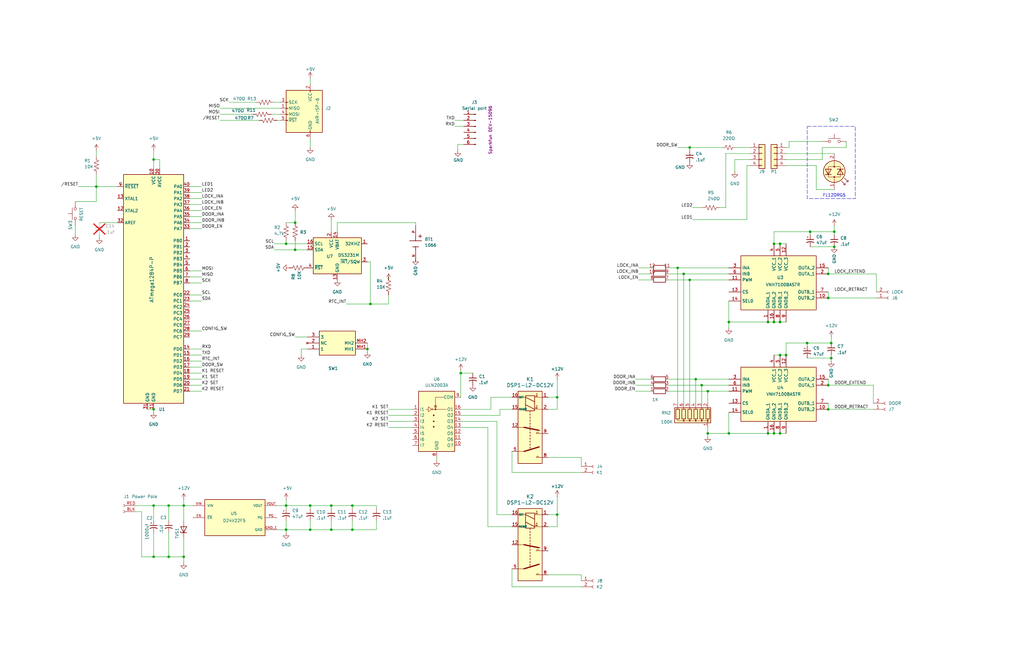
<source format=kicad_sch>
(kicad_sch (version 20250114) (generator "eeschema") (generator_version "9.0")
  (paper "B")
  (title_block (title "Chicken Coop Controller Board") (date "2026-02-20") (rev "6") (company "vinthewrench.com") (comment 1 "CERN-OHL-P v2 Permissive Open Hardware Licence") (comment 2 "© 2026 Vinnie Moscaritolo"))
  (rectangle (start 340.36 53.34) (end 360.68 83.82) (stroke (width 0.1524) (type dash)))
  (text "FL12DRG5" (at 351.79 82.55 0) (effects (font (size 1.27 1.27))))
  (junction (at 64.77 213.36))
  (junction (at 124.46 105.41))
  (junction (at 351.79 104.14))
  (junction (at 64.77 172.72))
  (junction (at 295.91 162.56))
  (junction (at 350.52 144.78))
  (junction (at 156.21 128.27))
  (junction (at 120.65 223.52))
  (junction (at 130.81 213.36))
  (junction (at 340.36 144.78))
  (junction (at 288.29 115.57))
  (junction (at 285.75 113.03))
  (junction (at 349.25 125.73))
  (junction (at 148.59 213.36))
  (junction (at 328.93 182.88))
  (junction (at 326.39 182.88))
  (junction (at 328.93 135.89))
  (junction (at 328.93 102.87))
  (junction (at 293.37 160.02))
  (junction (at 234.95 167.64))
  (junction (at 139.7 213.36))
  (junction (at 120.65 213.36))
  (junction (at 351.79 97.79))
  (junction (at 341.63 97.79))
  (junction (at 139.7 223.52))
  (junction (at 194.31 157.48))
  (junction (at 298.45 165.1))
  (junction (at 349.25 162.56))
  (junction (at 77.47 234.95))
  (junction (at 331.47 149.86))
  (junction (at 326.39 102.87))
  (junction (at 323.85 182.88))
  (junction (at 307.34 182.88))
  (junction (at 234.95 217.17))
  (junction (at 71.12 234.95))
  (junction (at 64.77 234.95))
  (junction (at 130.81 223.52))
  (junction (at 40.64 78.74))
  (junction (at 350.52 151.13))
  (junction (at 307.34 135.89))
  (junction (at 349.25 115.57))
  (junction (at 71.12 213.36))
  (junction (at 298.45 182.88))
  (junction (at 154.94 147.32))
  (junction (at 290.83 62.23))
  (junction (at 326.39 135.89))
  (junction (at 124.46 93.98))
  (junction (at 64.77 67.31))
  (junction (at 77.47 213.36))
  (junction (at 148.59 223.52))
  (junction (at 290.83 118.11))
  (junction (at 323.85 135.89))
  (junction (at 328.93 149.86))
  (junction (at 349.25 172.72))
  (junction (at 120.65 102.87))
  (wire (pts (xy 148.59 223.52) (xy 139.7 223.52)))
  (wire (pts (xy 332.74 59.69) (xy 346.71 59.69)))
  (wire (pts (xy 148.59 213.36) (xy 158.75 213.36)))
  (wire (pts (xy 288.29 170.18) (xy 288.29 115.57)))
  (wire (pts (xy 207.01 167.64) (xy 215.9 167.64)))
  (wire (pts (xy 290.83 62.23) (xy 304.8 62.23)))
  (wire (pts (xy 293.37 160.02) (xy 293.37 170.18)))
  (wire (pts (xy 210.82 175.26) (xy 210.82 172.72)))
  (wire (pts (xy 351.79 95.25) (xy 351.79 97.79)))
  (wire (pts (xy 281.94 162.56) (xy 295.91 162.56)))
  (wire (pts (xy 314.96 92.71) (xy 314.96 69.85)))
  (wire (pts (xy 80.01 162.56) (xy 85.09 162.56)))
  (wire (pts (xy 80.01 88.9) (xy 85.09 88.9)))
  (wire (pts (xy 120.65 101.6) (xy 120.65 102.87)))
  (wire (pts (xy 328.93 149.86) (xy 331.47 149.86)))
  (wire (pts (xy 290.83 118.11) (xy 290.83 170.18)))
  (wire (pts (xy 340.36 146.05) (xy 340.36 144.78)))
  (wire (pts (xy 281.94 113.03) (xy 285.75 113.03)))
  (wire (pts (xy 351.79 97.79) (xy 341.63 97.79)))
  (wire (pts (xy 40.64 63.5) (xy 40.64 66.04)))
  (wire (pts (xy 231.14 193.04) (xy 245.11 193.04)))
  (wire (pts (xy 309.88 62.23) (xy 316.23 62.23)))
  (wire (pts (xy 194.31 177.8) (xy 209.55 177.8)))
  (wire (pts (xy 59.69 215.9) (xy 59.69 234.95)))
  (wire (pts (xy 328.93 135.89) (xy 331.47 135.89)))
  (wire (pts (xy 124.46 142.24) (xy 129.54 142.24)))
  (wire (pts (xy 64.77 213.36) (xy 64.77 219.71)))
  (wire (pts (xy 369.57 123.19) (xy 369.57 115.57)))
  (wire (pts (xy 331.47 144.78) (xy 340.36 144.78)))
  (wire (pts (xy 154.94 110.49) (xy 156.21 110.49)))
  (wire (pts (xy 57.15 215.9) (xy 59.69 215.9)))
  (wire (pts (xy 351.79 99.06) (xy 351.79 97.79)))
  (wire (pts (xy 298.45 182.88) (xy 298.45 184.15)))
  (wire (pts (xy 64.77 67.31) (xy 64.77 71.12)))
  (wire (pts (xy 344.17 80.01) (xy 351.79 80.01)))
  (wire (pts (xy 80.01 96.52) (xy 85.09 96.52)))
  (wire (pts (xy 175.26 93.98) (xy 175.26 95.25)))
  (wire (pts (xy 67.31 71.12) (xy 67.31 67.31)))
  (wire (pts (xy 331.47 67.31) (xy 346.71 67.31)))
  (wire (pts (xy 31.75 85.09) (xy 40.64 85.09)))
  (wire (pts (xy 64.77 172.72) (xy 64.77 173.99)))
  (wire (pts (xy 71.12 213.36) (xy 71.12 219.71)))
  (wire (pts (xy 62.23 172.72) (xy 64.77 172.72)))
  (wire (pts (xy 349.25 162.56) (xy 368.3 162.56)))
  (wire (pts (xy 40.64 73.66) (xy 40.64 78.74)))
  (wire (pts (xy 148.59 219.71) (xy 148.59 223.52)))
  (wire (pts (xy 298.45 165.1) (xy 307.34 165.1)))
  (wire (pts (xy 41.91 99.06) (xy 41.91 100.33)))
  (wire (pts (xy 80.01 119.38) (xy 85.09 119.38)))
  (wire (pts (xy 267.97 165.1) (xy 274.32 165.1)))
  (wire (pts (xy 298.45 165.1) (xy 298.45 170.18)))
  (wire (pts (xy 80.01 86.36) (xy 85.09 86.36)))
  (wire (pts (xy 332.74 62.23) (xy 332.74 59.69)))
  (wire (pts (xy 184.15 193.04) (xy 184.15 194.31)))
  (wire (pts (xy 209.55 177.8) (xy 209.55 217.17)))
  (wire (pts (xy 130.81 214.63) (xy 130.81 213.36)))
  (wire (pts (xy 234.95 217.17) (xy 234.95 222.25)))
  (wire (pts (xy 139.7 213.36) (xy 139.7 214.63)))
  (wire (pts (xy 369.57 125.73) (xy 349.25 125.73)))
  (wire (pts (xy 326.39 102.87) (xy 328.93 102.87)))
  (wire (pts (xy 173.99 172.72) (xy 163.83 172.72)))
  (wire (pts (xy 146.05 128.27) (xy 156.21 128.27)))
  (wire (pts (xy 115.57 43.18) (xy 118.11 43.18)))
  (wire (pts (xy 139.7 92.71) (xy 139.7 97.79)))
  (wire (pts (xy 274.32 118.11) (xy 269.24 118.11)))
  (wire (pts (xy 350.52 142.24) (xy 350.52 144.78)))
  (wire (pts (xy 67.31 67.31) (xy 64.77 67.31)))
  (wire (pts (xy 332.74 62.23) (xy 331.47 62.23)))
  (wire (pts (xy 124.46 105.41) (xy 129.54 105.41)))
  (wire (pts (xy 340.36 144.78) (xy 350.52 144.78)))
  (wire (pts (xy 77.47 227.33) (xy 77.47 234.95)))
  (wire (pts (xy 269.24 113.03) (xy 274.32 113.03)))
  (wire (pts (xy 40.64 85.09) (xy 40.64 78.74)))
  (wire (pts (xy 344.17 69.85) (xy 344.17 80.01)))
  (wire (pts (xy 139.7 223.52) (xy 130.81 223.52)))
  (wire (pts (xy 326.39 149.86) (xy 328.93 149.86)))
  (wire (pts (xy 80.01 152.4) (xy 85.09 152.4)))
  (wire (pts (xy 80.01 78.74) (xy 85.09 78.74)))
  (wire (pts (xy 285.75 113.03) (xy 285.75 170.18)))
  (wire (pts (xy 80.01 81.28) (xy 85.09 81.28)))
  (wire (pts (xy 231.14 217.17) (xy 234.95 217.17)))
  (wire (pts (xy 71.12 213.36) (xy 77.47 213.36)))
  (wire (pts (xy 127 147.32) (xy 129.54 147.32)))
  (wire (pts (xy 350.52 151.13) (xy 350.52 152.4)))
  (wire (pts (xy 215.9 190.5) (xy 215.9 199.39)))
  (wire (pts (xy 80.01 149.86) (xy 85.09 149.86)))
  (wire (pts (xy 331.47 149.86) (xy 331.47 144.78)))
  (wire (pts (xy 234.95 172.72) (xy 231.14 172.72)))
  (wire (pts (xy 281.94 165.1) (xy 298.45 165.1)))
  (wire (pts (xy 158.75 214.63) (xy 158.75 213.36)))
  (wire (pts (xy 80.01 83.82) (xy 85.09 83.82)))
  (wire (pts (xy 349.25 115.57) (xy 349.25 113.03)))
  (wire (pts (xy 350.52 149.86) (xy 350.52 151.13)))
  (wire (pts (xy 290.83 62.23) (xy 290.83 63.5)))
  (wire (pts (xy 314.96 69.85) (xy 316.23 69.85)))
  (wire (pts (xy 120.65 219.71) (xy 120.65 223.52)))
  (wire (pts (xy 71.12 224.79) (xy 71.12 234.95)))
  (wire (pts (xy 245.11 196.85) (xy 245.11 193.04)))
  (wire (pts (xy 207.01 172.72) (xy 207.01 167.64)))
  (wire (pts (xy 175.26 110.49) (xy 175.26 109.22)))
  (wire (pts (xy 163.83 128.27) (xy 156.21 128.27)))
  (wire (pts (xy 120.65 223.52) (xy 130.81 223.52)))
  (wire (pts (xy 328.93 182.88) (xy 331.47 182.88)))
  (wire (pts (xy 80.01 124.46) (xy 85.09 124.46)))
  (wire (pts (xy 307.34 127) (xy 307.34 135.89)))
  (wire (pts (xy 115.57 105.41) (xy 124.46 105.41)))
  (wire (pts (xy 106.68 48.26) (xy 92.71 48.26)))
  (wire (pts (xy 295.91 162.56) (xy 307.34 162.56)))
  (wire (pts (xy 215.9 247.65) (xy 245.11 247.65)))
  (wire (pts (xy 142.24 97.79) (xy 142.24 93.98)))
  (wire (pts (xy 139.7 213.36) (xy 148.59 213.36)))
  (wire (pts (xy 290.83 118.11) (xy 307.34 118.11)))
  (wire (pts (xy 194.31 157.48) (xy 194.31 167.64)))
  (wire (pts (xy 215.9 240.03) (xy 215.9 247.65)))
  (wire (pts (xy 118.11 50.8) (xy 116.84 50.8)))
  (wire (pts (xy 77.47 237.49) (xy 77.47 234.95)))
  (wire (pts (xy 281.94 115.57) (xy 288.29 115.57)))
  (wire (pts (xy 231.14 242.57) (xy 245.11 242.57)))
  (wire (pts (xy 194.31 175.26) (xy 210.82 175.26)))
  (wire (pts (xy 57.15 213.36) (xy 64.77 213.36)))
  (wire (pts (xy 194.31 180.34) (xy 205.74 180.34)))
  (wire (pts (xy 80.01 157.48) (xy 85.09 157.48)))
  (wire (pts (xy 288.29 115.57) (xy 307.34 115.57)))
  (wire (pts (xy 158.75 219.71) (xy 158.75 223.52)))
  (wire (pts (xy 80.01 139.7) (xy 85.09 139.7)))
  (wire (pts (xy 77.47 213.36) (xy 81.28 213.36)))
  (wire (pts (xy 298.45 180.34) (xy 298.45 182.88)))
  (wire (pts (xy 107.95 43.18) (xy 96.52 43.18)))
  (wire (pts (xy 173.99 175.26) (xy 163.83 175.26)))
  (wire (pts (xy 349.25 170.18) (xy 349.25 172.72)))
  (wire (pts (xy 298.45 182.88) (xy 307.34 182.88)))
  (wire (pts (xy 64.77 213.36) (xy 71.12 213.36)))
  (wire (pts (xy 120.65 213.36) (xy 130.81 213.36)))
  (wire (pts (xy 356.87 59.69) (xy 356.87 62.23)))
  (wire (pts (xy 346.71 67.31) (xy 346.71 62.23)))
  (wire (pts (xy 191.77 50.8) (xy 195.58 50.8)))
  (wire (pts (xy 285.75 113.03) (xy 307.34 113.03)))
  (wire (pts (xy 323.85 135.89) (xy 326.39 135.89)))
  (wire (pts (xy 281.94 118.11) (xy 290.83 118.11)))
  (wire (pts (xy 328.93 102.87) (xy 331.47 102.87)))
  (wire (pts (xy 191.77 53.34) (xy 195.58 53.34)))
  (wire (pts (xy 80.01 154.94) (xy 85.09 154.94)))
  (wire (pts (xy 130.81 213.36) (xy 139.7 213.36)))
  (wire (pts (xy 205.74 222.25) (xy 215.9 222.25)))
  (wire (pts (xy 295.91 162.56) (xy 295.91 170.18)))
  (wire (pts (xy 31.75 95.25) (xy 31.75 99.06)))
  (wire (pts (xy 130.81 33.02) (xy 130.81 35.56)))
  (wire (pts (xy 77.47 213.36) (xy 77.47 219.71)))
  (wire (pts (xy 64.77 224.79) (xy 64.77 234.95)))
  (wire (pts (xy 245.11 245.11) (xy 245.11 242.57)))
  (wire (pts (xy 281.94 160.02) (xy 293.37 160.02)))
  (wire (pts (xy 326.39 182.88) (xy 328.93 182.88)))
  (wire (pts (xy 205.74 180.34) (xy 205.74 222.25)))
  (wire (pts (xy 234.95 167.64) (xy 234.95 172.72)))
  (wire (pts (xy 80.01 127) (xy 85.09 127)))
  (wire (pts (xy 77.47 210.82) (xy 77.47 213.36)))
  (wire (pts (xy 118.11 45.72) (xy 92.71 45.72)))
  (wire (pts (xy 326.39 135.89) (xy 328.93 135.89)))
  (wire (pts (xy 80.01 93.98) (xy 85.09 93.98)))
  (wire (pts (xy 349.25 125.73) (xy 349.25 123.19)))
  (wire (pts (xy 33.02 78.74) (xy 40.64 78.74)))
  (wire (pts (xy 115.57 102.87) (xy 120.65 102.87)))
  (wire (pts (xy 124.46 88.9) (xy 124.46 93.98)))
  (wire (pts (xy 80.01 147.32) (xy 85.09 147.32)))
  (wire (pts (xy 80.01 116.84) (xy 85.09 116.84)))
  (wire (pts (xy 124.46 101.6) (xy 124.46 105.41)))
  (wire (pts (xy 120.65 213.36) (xy 120.65 210.82)))
  (wire (pts (xy 120.65 214.63) (xy 120.65 213.36)))
  (wire (pts (xy 173.99 180.34) (xy 163.83 180.34)))
  (wire (pts (xy 307.34 135.89) (xy 323.85 135.89)))
  (wire (pts (xy 368.3 170.18) (xy 368.3 162.56)))
  (wire (pts (xy 142.24 93.98) (xy 175.26 93.98)))
  (wire (pts (xy 323.85 182.88) (xy 326.39 182.88)))
  (wire (pts (xy 306.07 64.77) (xy 306.07 87.63)))
  (wire (pts (xy 154.94 144.78) (xy 154.94 147.32)))
  (wire (pts (xy 234.95 222.25) (xy 231.14 222.25)))
  (wire (pts (xy 130.81 62.23) (xy 130.81 58.42)))
  (wire (pts (xy 194.31 157.48) (xy 199.39 157.48)))
  (wire (pts (xy 80.01 165.1) (xy 85.09 165.1)))
  (wire (pts (xy 59.69 234.95) (xy 64.77 234.95)))
  (wire (pts (xy 307.34 182.88) (xy 323.85 182.88)))
  (wire (pts (xy 193.04 63.5) (xy 193.04 60.96)))
  (wire (pts (xy 148.59 213.36) (xy 148.59 214.63)))
  (wire (pts (xy 139.7 219.71) (xy 139.7 223.52)))
  (wire (pts (xy 285.75 62.23) (xy 290.83 62.23)))
  (wire (pts (xy 40.64 78.74) (xy 49.53 78.74)))
  (wire (pts (xy 269.24 115.57) (xy 274.32 115.57)))
  (wire (pts (xy 234.95 160.02) (xy 234.95 167.64)))
  (wire (pts (xy 306.07 64.77) (xy 316.23 64.77)))
  (wire (pts (xy 80.01 160.02) (xy 85.09 160.02)))
  (wire (pts (xy 309.88 72.39) (xy 309.88 67.31)))
  (wire (pts (xy 293.37 160.02) (xy 307.34 160.02)))
  (wire (pts (xy 215.9 199.39) (xy 245.11 199.39)))
  (wire (pts (xy 307.34 135.89) (xy 307.34 138.43)))
  (wire (pts (xy 234.95 209.55) (xy 234.95 217.17)))
  (wire (pts (xy 118.11 48.26) (xy 114.3 48.26)))
  (wire (pts (xy 340.36 151.13) (xy 350.52 151.13)))
  (wire (pts (xy 194.31 156.21) (xy 194.31 157.48)))
  (wire (pts (xy 120.65 102.87) (xy 129.54 102.87)))
  (wire (pts (xy 341.63 97.79) (xy 326.39 97.79)))
  (wire (pts (xy 41.91 93.98) (xy 49.53 93.98)))
  (wire (pts (xy 267.97 160.02) (xy 274.32 160.02)))
  (wire (pts (xy 116.84 213.36) (xy 120.65 213.36)))
  (wire (pts (xy 92.71 50.8) (xy 109.22 50.8)))
  (wire (pts (xy 71.12 234.95) (xy 77.47 234.95)))
  (wire (pts (xy 116.84 223.52) (xy 120.65 223.52)))
  (wire (pts (xy 127 147.32) (xy 127 149.86)))
  (wire (pts (xy 120.65 223.52) (xy 120.65 224.79)))
  (wire (pts (xy 292.1 87.63) (xy 295.91 87.63)))
  (wire (pts (xy 158.75 223.52) (xy 148.59 223.52)))
  (wire (pts (xy 331.47 69.85) (xy 344.17 69.85)))
  (wire (pts (xy 231.14 167.64) (xy 234.95 167.64)))
  (wire (pts (xy 309.88 67.31) (xy 316.23 67.31)))
  (wire (pts (xy 163.83 118.11) (xy 163.83 116.84)))
  (wire (pts (xy 326.39 97.79) (xy 326.39 102.87)))
  (wire (pts (xy 154.94 147.32) (xy 154.94 148.59)))
  (wire (pts (xy 130.81 219.71) (xy 130.81 223.52)))
  (wire (pts (xy 163.83 128.27) (xy 163.83 124.46)))
  (wire (pts (xy 267.97 162.56) (xy 274.32 162.56)))
  (wire (pts (xy 210.82 172.72) (xy 215.9 172.72)))
  (wire (pts (xy 120.65 93.98) (xy 124.46 93.98)))
  (wire (pts (xy 80.01 114.3) (xy 85.09 114.3)))
  (wire (pts (xy 303.53 87.63) (xy 306.07 87.63)))
  (wire (pts (xy 209.55 217.17) (xy 215.9 217.17)))
  (wire (pts (xy 173.99 177.8) (xy 163.83 177.8)))
  (wire (pts (xy 341.63 104.14) (xy 351.79 104.14)))
  (wire (pts (xy 80.01 91.44) (xy 85.09 91.44)))
  (wire (pts (xy 349.25 162.56) (xy 349.25 160.02)))
  (wire (pts (xy 194.31 172.72) (xy 207.01 172.72)))
  (wire (pts (xy 349.25 115.57) (xy 369.57 115.57)))
  (wire (pts (xy 368.3 172.72) (xy 349.25 172.72)))
  (wire (pts (xy 64.77 63.5) (xy 64.77 67.31)))
  (wire (pts (xy 193.04 60.96) (xy 195.58 60.96)))
  (wire (pts (xy 292.1 92.71) (xy 314.96 92.71)))
  (wire (pts (xy 331.47 64.77) (xy 351.79 64.77)))
  (wire (pts (xy 307.34 173.99) (xy 307.34 182.88)))
  (wire (pts (xy 346.71 62.23) (xy 356.87 62.23)))
  (wire (pts (xy 64.77 234.95) (xy 71.12 234.95)))
  (wire (pts (xy 156.21 110.49) (xy 156.21 128.27)))
  (wire (pts (xy 341.63 99.06) (xy 341.63 97.79)))
  (label "DOOR_RETRACT" (at 351.79 172.72 0))
  (label "DOOR_INA" (at 267.97 160.02 180))
  (label "SDA" (at 85.09 127 0))
  (label "K2 SET" (at 163.83 177.8 180))
  (label "{slash}RESET" (at 92.71 50.8 180))
  (label "LOCK_RETRACT" (at 351.79 123.19 0))
  (label "LOCK_INA" (at 269.24 113.03 180))
  (label "LED2" (at 85.09 81.28 0))
  (label "TXD" (at 191.77 50.8 180))
  (label "SCL" (at 115.57 102.87 180))
  (label "K1 RESET" (at 163.83 175.26 180))
  (label "LED2" (at 292.1 87.63 180))
  (label "LED1" (at 85.09 78.74 0))
  (label "RTC_INT" (at 146.05 128.27 180))
  (label "K1 RESET" (at 85.09 157.48 0))
  (label "K2 RESET" (at 163.83 180.34 180))
  (label "K2 RESET" (at 85.09 165.1 0))
  (label "CONFIG_SW" (at 124.46 142.24 180))
  (label "RTC_INT" (at 85.09 152.4 0))
  (label "TXD" (at 85.09 149.86 0))
  (label "SCK" (at 85.09 119.38 0))
  (label "DOOR_SW" (at 85.09 154.94 0))
  (label "MISO" (at 85.09 116.84 0))
  (label "K2 SET" (at 85.09 162.56 0))
  (label "MISO" (at 92.71 45.72 180))
  (label "MOSI" (at 85.09 114.3 0))
  (label "{slash}RESET" (at 33.02 78.74 180))
  (label "LOCK_INB" (at 85.09 86.36 0))
  (label "DOOR_SW" (at 285.75 62.23 180))
  (label "DOOR_INA" (at 85.09 91.44 0))
  (label "MOSI" (at 92.71 48.26 180))
  (label "DOOR_INB" (at 267.97 162.56 180))
  (label "SDA" (at 115.57 105.41 180))
  (label "SCK" (at 96.52 43.18 180))
  (label "LED1" (at 292.1 92.71 180))
  (label "LOCK_EN" (at 269.24 118.11 180))
  (label "K1 SET" (at 163.83 172.72 180))
  (label "K1 SET" (at 85.09 160.02 0))
  (label "LOCK_INA" (at 85.09 83.82 0))
  (label "LOCK_INB" (at 269.24 115.57 180))
  (label "RXD" (at 191.77 53.34 180))
  (label "CONFIG_SW" (at 85.09 139.7 0))
  (label "DOOR_EN" (at 267.97 165.1 180))
  (label "RXD" (at 85.09 147.32 0))
  (label "LOCK_EXTEND" (at 351.79 115.57 0))
  (label "DOOR_EN" (at 85.09 96.52 0))
  (label "LOCK_EN" (at 85.09 88.9 0))
  (label "DOOR_EXTEND" (at 351.79 162.56 0))
  (label "SCL" (at 85.09 124.46 0))
  (label "DOOR_INB" (at 85.09 93.98 0))
  (symbol (lib_id "power:GND") (at 130.81 62.23 0) (mirror y) (unit 1)
    (property "Reference" "#PWR09" (effects (hide yes)))
    (property "Value" "GND" (at 130.81 67.31 0))
    (property "Description" "Power symbol creates a global label with name \"GND\" , ground" (effects (hide yes)))
  )
  (symbol (lib_id "Device:C_Small_US") (at 199.39 160.02 0) (unit 1)
    (property "Reference" "C1" (at 201.93 158.8769 0) (effects (justify left)))
    (property "Value" ".1uf" (at 201.93 161.4169 0) (effects (justify left)))
    (property "Footprint" "RCER71H104K0DBH03A:RCER71H104K0DBH03A" (effects (hide yes)))
    (property "Description" "capacitor, small US symbol" (effects (hide yes)))
  )
  (symbol (lib_id "power:GND") (at 290.83 68.58 0) (unit 1)
    (property "Reference" "#PWR07" (effects (hide yes)))
    (property "Value" "GND" (at 286.766 70.612 0))
    (property "Description" "Power symbol creates a global label with name \"GND\" , ground" (effects (hide yes)))
  )
  (symbol (lib_id "D24V22F5:5V_2.5A_STEP-DOWN_D24V22F5") (at 99.06 218.44 0) (unit 1)
    (property "Reference" "U5" (at 98.552 216.662 0))
    (property "Value" "D24V22F5" (at 98.806 219.71 0))
    (property "Footprint" "D24V22F5:MODULE_5V_2.5A_STEP-DOWN_D24V22F5" (effects (hide yes)))
    (property "MF" "Pololu" (effects (hide yes)))
    (property "MAXIMUM_PACKAGE_HEIGHT" "8.12mm" (effects (hide yes)))
    (property "CREATOR" "NEZY" (effects (hide yes)))
    (property "Price" "None" (effects (hide yes)))
    (property "Package" "None" (effects (hide yes)))
    (property "Check_prices" "https://www.snapeda.com/parts/5V%202.5A%20STEP-DOWN%20D24V22F5/Pololu/view-part/?ref=eda" (effects (hide yes)))
    (property "STANDARD" "Manufacturer Recommendations" (effects (hide yes)))
    (property "PARTREV" "12 November 2015" (effects (hide yes)))
    (property "SnapEDA_Link" "https://www.snapeda.com/parts/5V%202.5A%20STEP-DOWN%20D24V22F5/Pololu/view-part/?ref=snap" (effects (hide yes)))
    (property "MP" "5V 2.5A STEP-DOWN D24V22F5" (effects (hide yes)))
    (property "Description_1" "DC DC Converter  Output       -  Input" (effects (hide yes)))
    (property "Availability" "Not in stock" (effects (hide yes)))
    (property "MANUFACTURER" "Pololu" (effects (hide yes)))
  )
  (symbol (lib_id "power:+12C") (at 194.31 156.21 0) (unit 1)
    (property "Reference" "#PWR029" (effects (hide yes)))
    (property "Value" "+12V" (at 194.31 151.638 0))
    (property "Description" "Power symbol creates a global label with name \"+12C\"" (effects (hide yes)))
  )
  (symbol (lib_id "power:GND") (at 121.92 113.03 270) (mirror x) (unit 1)
    (property "Reference" "#PWR018" (effects (hide yes)))
    (property "Value" "+5V" (at 117.348 115.062 0) (effects (justify left)))
    (property "Description" "Power symbol creates a global label with name \"GND\" , ground" (effects (hide yes)))
  )
  (symbol (lib_id "power:GND") (at 120.65 224.79 0) (unit 1)
    (property "Reference" "#PWR026" (effects (hide yes)))
    (property "Value" "GND" (at 120.65 229.87 0))
    (property "Description" "Power symbol creates a global label with name \"GND\" , ground" (effects (hide yes)))
  )
  (symbol (lib_id "Connector:Conn_01x02_Socket") (at 373.38 172.72 0) (mirror x) (unit 1)
    (property "Reference" "J7" (at 374.65 172.7201 0) (effects (justify left)))
    (property "Value" "DOOR" (at 374.65 170.1801 0) (effects (justify left)))
    (property "Footprint" "TerminalBlock_Phoenix:TerminalBlock_Phoenix_MKDS-1,5-2-5.08_1x02_P5.08mm_Horizontal" (effects (hide yes)))
    (property "Description" "Generic connector, single row, 01x02, script generated" (effects (hide yes)))
  )
  (symbol (lib_id "Device:C_Small_US") (at 290.83 66.04 0) (unit 1)
    (property "Reference" "C4" (at 293.37 64.8969 0) (effects (justify left)))
    (property "Value" ".1uf" (at 293.37 67.4369 0) (effects (justify left)))
    (property "Footprint" "RCER71H104K0DBH03A:RCER71H104K0DBH03A" (effects (hide yes)))
    (property "Description" "capacitor, small US symbol" (effects (hide yes)))
  )
  (symbol (lib_id "Device:R_US") (at 124.46 97.79 0) (unit 1)
    (property "Reference" "R3" (at 126.492 98.044 0) (effects (justify left)))
    (property "Value" "4.7K" (effects (hide yes)))
    (property "Footprint" "Resistor_THT:R_Axial_DIN0204_L3.6mm_D1.6mm_P7.62mm_Horizontal" (effects (hide yes)))
    (property "Description" "Resistor, US symbol" (effects (hide yes)))
  )
  (symbol (lib_id "Device:LED_Dual_Bidirectional") (at 351.79 72.39 270) (unit 1) (on_board no)
    (property "Reference" "D1" (effects (hide yes)))
    (property "Value" "LED_Dual_Bidirectional" (effects (hide yes)))
    (property "Description" "Dual LED, bidirectional" (effects (hide yes)))
  )
  (symbol (lib_id "power:+12V") (at 350.52 142.24 0) (mirror y) (unit 1)
    (property "Reference" "#PWR023" (effects (hide yes)))
    (property "Value" "+12V" (at 350.52 137.414 0))
    (property "Description" "Power symbol creates a global label with name \"+12V\"" (effects (hide yes)))
  )
  (symbol (lib_id "Device:R_US") (at 111.76 43.18 90) (mirror x) (unit 1)
    (property "Reference" "R13" (at 106.172 41.656 90))
    (property "Value" "470Ω" (at 100.838 41.656 90))
    (property "Footprint" "Resistor_THT:R_Axial_DIN0204_L3.6mm_D1.6mm_P7.62mm_Horizontal" (effects (hide yes)))
    (property "Description" "Resistor, US symbol" (effects (hide yes)))
  )
  (symbol (lib_id "Device:C_Small_US") (at 148.59 217.17 0) (unit 1)
    (property "Reference" "C12" (at 151.13 216.0269 0) (effects (justify left)))
    (property "Value" ".1uf" (at 151.13 218.5669 0) (effects (justify left)))
    (property "Footprint" "RCER71H104K0DBH03A:RCER71H104K0DBH03A" (effects (hide yes)))
    (property "Description" "capacitor, small US symbol" (effects (hide yes)))
  )
  (symbol (lib_id "power:+12C") (at 234.95 209.55 0) (unit 1)
    (property "Reference" "#PWR030" (effects (hide yes)))
    (property "Value" "+12V" (at 234.95 205.232 0))
    (property "Description" "Power symbol creates a global label with name \"+12C\"" (effects (hide yes)))
  )
  (symbol (lib_id "Device:R_US") (at 40.64 69.85 0) (unit 1)
    (property "Reference" "R1" (at 35.56 67.818 0) (effects (justify left)))
    (property "Value" "10K" (at 35.56 70.358 0) (effects (justify left)))
    (property "Footprint" "Resistor_THT:R_Axial_DIN0204_L3.6mm_D1.6mm_P7.62mm_Horizontal" (effects (hide yes)))
    (property "Description" "Resistor, US symbol" (effects (hide yes)))
  )
  (symbol (lib_id "Connector_Generic:Conn_01x04") (at 326.39 64.77 0) (mirror y) (unit 1) (on_board no)
    (property "Reference" "P1" (at 326.39 72.39 0))
    (property "Value" "Mini‑Fit Jr" (effects (hide yes)))
    (property "Footprint" "Connector_Molex:Molex_Mini-Fit_Jr_5566-04A_2x02_P4.20mm_Vertical" (effects (hide yes)))
    (property "Description" "Generic connector, single row, 01x04, script generated (kicad-library-utils/schlib/autogen/connector/)" (effects (hide yes)))
  )
  (symbol (lib_id "power:+5V") (at 64.77 63.5 0) (unit 1)
    (property "Reference" "#PWR03" (effects (hide yes)))
    (property "Value" "+5V" (at 64.77 58.42 0))
    (property "Description" "Power symbol creates a global label with name \"+5V\"" (effects (hide yes)))
  )
  (symbol (lib_id "Device:R_Pack06_SIP_Split") (at 278.13 113.03 90) (unit 6)
    (property "Reference" "RN4" (effects (hide yes)))
    (property "Value" "1K" (effects (hide yes)))
    (property "Footprint" "Resistor_THT:R_Array_SIP12" (effects (hide yes)))
    (property "Datasheet" "http://www.vishay.com/docs/31509/csc.pdf" (effects (hide yes)))
    (property "Description" "6 resistor network, parallel topology, SIP package, split" (effects (hide yes)))
    (property "Manufacturer_Part_Number" "4612X-102-102LF" (effects (hide yes)))
  )
  (symbol (lib_id "power:GND") (at 124.46 88.9 0) (mirror x) (unit 1)
    (property "Reference" "#PWR08" (effects (hide yes)))
    (property "Value" "+5V" (at 122.428 83.82 0) (effects (justify left)))
    (property "Description" "Power symbol creates a global label with name \"GND\" , ground" (effects (hide yes)))
  )
  (symbol (lib_id "Connector:AVR-ISP-6") (at 128.27 45.72 180) (unit 1)
    (property "Reference" "J2" (at 137.16 45.7199 0) (effects (justify right)))
    (property "Value" "AVR-ISP-6" (at 133.858 52.324 90) (effects (justify right)))
    (property "Footprint" "Connector_PinHeader_2.54mm:PinHeader_2x03_P2.54mm_Vertical" (effects (hide yes)))
    (property "Description" "Atmel 6-pin ISP connector" (effects (hide yes)))
  )
  (symbol (lib_id "Device:R_US") (at 163.83 120.65 0) (unit 1)
    (property "Reference" "R4" (at 158.75 118.618 0) (effects (justify left)))
    (property "Value" "10K" (at 158.75 121.158 0) (effects (justify left)))
    (property "Footprint" "Resistor_THT:R_Axial_DIN0204_L3.6mm_D1.6mm_P7.62mm_Horizontal" (effects (hide yes)))
    (property "Description" "Resistor, US symbol" (effects (hide yes)))
  )
  (symbol (lib_id "power:GND") (at 127 149.86 0) (unit 1)
    (property "Reference" "#PWR014" (effects (hide yes)))
    (property "Value" "GND" (at 127 154.94 0))
    (property "Description" "Power symbol creates a global label with name \"GND\" , ground" (effects (hide yes)))
  )
  (symbol (lib_id "power:GND") (at 193.04 63.5 0) (mirror y) (unit 1)
    (property "Reference" "#PWR013" (effects (hide yes)))
    (property "Value" "GND" (at 193.294 67.564 0))
    (property "Description" "Power symbol creates a global label with name \"GND\" , ground" (effects (hide yes)))
  )
  (symbol (lib_id "Switch:SW_Push") (at 351.79 59.69 0) (unit 1) (on_board no)
    (property "Reference" "SW2" (at 351.536 50.546 0))
    (property "Value" "SW_Push" (effects (hide yes)))
    (property "Description" "Push button switch, generic, two pins" (effects (hide yes)))
  )
  (symbol (lib_id "Transistor_Array:ULN2003A") (at 184.15 177.8 0) (unit 1)
    (property "Reference" "U6" (at 184.15 160.02 0))
    (property "Value" "ULN2003A" (at 184.15 162.56 0))
    (property "Footprint" "Package_DIP:DIP-16_W7.62mm" (effects (hide yes)))
    (property "Datasheet" "http://www.ti.com/lit/ds/symlink/uln2003a.pdf" (effects (hide yes)))
    (property "Description" "High Voltage, High Current Darlington Transistor Arrays, SOIC16/SOIC16W/DIP16/TSSOP16" (effects (hide yes)))
  )
  (symbol (lib_id "power:+5V") (at 120.65 210.82 0) (unit 1)
    (property "Reference" "#PWR027" (effects (hide yes)))
    (property "Value" "+5V" (at 121.158 205.994 0))
    (property "Description" "Power symbol creates a global label with name \"+5V\"" (effects (hide yes)))
  )
  (symbol (lib_id "Device:R_Pack06_SIP_Split") (at 278.13 165.1 270) (unit 1)
    (property "Reference" "RN4" (effects (hide yes)))
    (property "Value" "1K" (at 276.352 168.656 90))
    (property "Footprint" "Resistor_THT:R_Array_SIP12" (effects (hide yes)))
    (property "Datasheet" "http://www.vishay.com/docs/31509/csc.pdf" (effects (hide yes)))
    (property "Description" "6 resistor network, parallel topology, SIP package, split" (effects (hide yes)))
    (property "Manufacturer_Part_Number" "4612X-102-102LF" (effects (hide yes)))
  )
  (symbol (lib_id "VNH7100BASTR:VNH7100BASTR") (at 308.61 157.48 0) (unit 1)
    (property "Reference" "U4" (at 327.66 163.576 0) (effects (justify left)))
    (property "Value" "VNH7100BASTR" (at 323.088 166.37 0) (effects (justify left)))
    (property "Footprint" "SOIC127P600X175-16N" (effects (hide yes)))
    (property "Datasheet" "https://www.st.com/resource/en/datasheet/dm00314832.pdf" (effects (hide yes)))
    (property "Description" "STMicroelectronics VNH7100BASTR Motor Driver IC 16-Pin, SOIC" (effects (hide yes)))
    (property "Height" "1.75" (effects (hide yes)))
    (property "Manufacturer_Name" "STMicroelectronics" (effects (hide yes)))
    (property "Manufacturer_Part_Number" "VNH7100BASTR" (effects (hide yes)))
    (property "Mouser Part Number" "511-VNH7100BASTR" (effects (hide yes)))
    (property "Mouser Price/Stock" "https://www.mouser.co.uk/ProductDetail/STMicroelectronics/VNH7100BASTR?qs=5aG0NVq1C4zGSYti1WIHtQ%3D%3D" (effects (hide yes)))
    (property "Arrow Part Number" "VNH7100BASTR" (effects (hide yes)))
    (property "Arrow Price/Stock" "https://www.arrow.com/en/products/vnh7100bastr/stmicroelectronics?utm_currency=USD&region=nac" (effects (hide yes)))
  )
  (symbol (lib_id "power:GND") (at 298.45 184.15 0) (unit 1)
    (property "Reference" "#PWR021" (effects (hide yes)))
    (property "Value" "GND" (at 298.45 189.23 0))
    (property "Description" "Power symbol creates a global label with name \"GND\" , ground" (effects (hide yes)))
  )
  (symbol (lib_id "Device:R_Network06") (at 290.83 175.26 180) (unit 1)
    (property "Reference" "RN2" (at 278.892 174.244 0) (effects (justify right)))
    (property "Value" "100K" (at 278.638 178.054 0) (effects (justify right)))
    (property "Footprint" "Resistor_THT:R_Array_SIP7" (effects (hide yes)))
    (property "Datasheet" "https://www.mouser.com/datasheet/3/40/1/4600x.pdf" (effects (hide yes)))
    (property "Description" "6 resistor network, star topology, bussed resistors, small symbol" (effects (hide yes)))
    (property "Manufacturer_Part_Number" "4607X-101-104LF" (effects (hide yes)))
  )
  (symbol (lib_id "Device:R_US") (at 113.03 50.8 90) (mirror x) (unit 1)
    (property "Reference" "R7" (at 105.664 49.784 90))
    (property "Value" "470Ω" (at 101.6 49.784 90))
    (property "Footprint" "Resistor_THT:R_Axial_DIN0204_L3.6mm_D1.6mm_P7.62mm_Horizontal" (effects (hide yes)))
    (property "Description" "Resistor, US symbol" (effects (hide yes)))
  )
  (symbol (lib_id "Device:C_Small_US") (at 130.81 217.17 0) (unit 1)
    (property "Reference" "C10" (at 133.35 216.0269 0) (effects (justify left)))
    (property "Value" ".1uf" (at 133.35 218.5669 0) (effects (justify left)))
    (property "Footprint" "RCER71H104K0DBH03A:RCER71H104K0DBH03A" (effects (hide yes)))
    (property "Description" "capacitor, small US symbol" (effects (hide yes)))
  )
  (symbol (lib_id "Connector_Generic:Conn_01x04") (at 321.31 64.77 0) (unit 1)
    (property "Reference" "J9" (at 321.31 72.39 0))
    (property "Value" "Mini‑Fit Jr" (effects (hide yes)))
    (property "Footprint" "Connector_Molex:Molex_Mini-Fit_Jr_5566-04A_2x02_P4.20mm_Vertical" (effects (hide yes)))
    (property "Description" "Generic connector, single row, 01x04, script generated (kicad-library-utils/schlib/autogen/connector/)" (effects (hide yes)))
  )
  (symbol (lib_id "Device:R_Pack06_SIP_Split") (at 278.13 160.02 90) (unit 3)
    (property "Reference" "RN4" (effects (hide yes)))
    (property "Value" "1K" (effects (hide yes)))
    (property "Footprint" "Resistor_THT:R_Array_SIP12" (effects (hide yes)))
    (property "Datasheet" "http://www.vishay.com/docs/31509/csc.pdf" (effects (hide yes)))
    (property "Description" "6 resistor network, parallel topology, SIP package, split" (effects (hide yes)))
    (property "Manufacturer_Part_Number" "4612X-102-102LF" (effects (hide yes)))
  )
  (symbol (lib_id "Device:C_Polarized_Small_US") (at 341.63 101.6 0) (unit 1)
    (property "Reference" "C6" (at 344.17 99.8981 0) (effects (justify left)))
    (property "Value" "47uf" (at 344.17 102.4381 0) (effects (justify left)))
    (property "Footprint" "Capacitor_THT:CP_Radial_D5.0mm_P2.00mm" (effects (hide yes)))
    (property "Description" "Polarized capacitor, small US symbol" (effects (hide yes)))
  )
  (symbol (lib_id "Device:C_Polarized_Small_US") (at 120.65 217.17 0) (unit 1)
    (property "Reference" "C9" (at 123.19 215.4681 0) (effects (justify left)))
    (property "Value" "47uf" (at 123.19 218.0081 0) (effects (justify left)))
    (property "Footprint" "Capacitor_THT:CP_Radial_D5.0mm_P2.00mm" (effects (hide yes)))
    (property "Description" "Polarized capacitor, small US symbol" (effects (hide yes)))
  )
  (symbol (lib_id "Device:R_US") (at 120.65 97.79 0) (unit 1)
    (property "Reference" "R2" (at 115.57 96.012 0) (effects (justify left)))
    (property "Value" "4.7k" (at 115.57 98.552 0) (effects (justify left)))
    (property "Footprint" "Resistor_THT:R_Axial_DIN0204_L3.6mm_D1.6mm_P7.62mm_Horizontal" (effects (hide yes)))
    (property "Description" "Resistor, US symbol" (effects (hide yes)))
  )
  (symbol (lib_id "Device:C_Small_US") (at 158.75 217.17 0) (unit 1)
    (property "Reference" "C13" (at 161.29 216.0269 0) (effects (justify left)))
    (property "Value" ".1uf" (at 161.29 218.5669 0) (effects (justify left)))
    (property "Footprint" "RCER71H104K0DBH03A:RCER71H104K0DBH03A" (effects (hide yes)))
    (property "Description" "capacitor, small US symbol" (effects (hide yes)))
  )
  (symbol (lib_id "power:GND1") (at 199.39 162.56 0) (unit 1)
    (property "Reference" "#PWR032" (effects (hide yes)))
    (property "Value" "GND" (at 199.39 167.64 0))
    (property "Description" "Power symbol creates a global label with name \"GND1\" , ground" (effects (hide yes)))
  )
  (symbol (lib_id "power:GND") (at 41.91 100.33 0) (unit 1)
    (property "Reference" "#PWR01" (effects (hide yes)))
    (property "Value" "GND" (at 41.91 105.41 0))
    (property "Description" "Power symbol creates a global label with name \"GND\" , ground" (effects (hide yes)))
  )
  (symbol (lib_id "Connector:Conn_01x02_Socket") (at 250.19 245.11 0) (unit 1)
    (property "Reference" "J8" (at 251.714 245.11 0) (effects (justify left)))
    (property "Value" "K2" (at 251.46 247.6499 0) (effects (justify left)))
    (property "Footprint" "TerminalBlock_Phoenix:TerminalBlock_Phoenix_MKDS-1,5-2-5.08_1x02_P5.08mm_Horizontal" (effects (hide yes)))
    (property "Description" "Generic connector, single row, 01x02, script generated" (effects (hide yes)))
  )
  (symbol (lib_id "Connector:Conn_01x06_Pin") (at 200.66 53.34 0) (mirror y) (unit 1)
    (property "Reference" "J3" (at 200.025 43.18 0))
    (property "Value" "Serial port" (at 200.025 45.72 0))
    (property "Footprint" "Connector_PinHeader_2.54mm:PinHeader_1x06_P2.54mm_Vertical" (effects (hide yes)))
    (property "Description" "Generic connector, single row, 01x06, script generated" (effects (hide yes)))
    (property "NOTE" "Sparkfun DEV-15096" (at 206.756 54.864 90))
  )
  (symbol (lib_id "Device:C_Polarized_Small_US") (at 340.36 148.59 0) (unit 1)
    (property "Reference" "C5" (at 342.9 146.8881 0) (effects (justify left)))
    (property "Value" "47uf" (at 342.9 149.4281 0) (effects (justify left)))
    (property "Footprint" "Capacitor_THT:CP_Radial_D5.0mm_P2.00mm" (effects (hide yes)))
    (property "Description" "Polarized capacitor, small US symbol" (effects (hide yes)))
  )
  (symbol (lib_id "Device:R_Pack06_SIP_Split") (at 278.13 118.11 90) (unit 4)
    (property "Reference" "RN4" (effects (hide yes)))
    (property "Value" "1K" (effects (hide yes)))
    (property "Footprint" "Resistor_THT:R_Array_SIP12" (effects (hide yes)))
    (property "Datasheet" "http://www.vishay.com/docs/31509/csc.pdf" (effects (hide yes)))
    (property "Description" "6 resistor network, parallel topology, SIP package, split" (effects (hide yes)))
    (property "Manufacturer_Part_Number" "4612X-102-102LF" (effects (hide yes)))
  )
  (symbol (lib_id "power:GND") (at 307.34 138.43 0) (unit 1)
    (property "Reference" "#PWR020" (effects (hide yes)))
    (property "Value" "GND" (at 307.34 143.51 0))
    (property "Description" "Power symbol creates a global label with name \"GND\" , ground" (effects (hide yes)))
  )
  (symbol (lib_id "power:GND") (at 142.24 118.11 0) (unit 1)
    (property "Reference" "#PWR012" (effects (hide yes)))
    (property "Value" "GND" (at 142.24 123.19 0))
    (property "Description" "Power symbol creates a global label with name \"GND\" , ground" (effects (hide yes)))
  )
  (symbol (lib_id "Switch:SW_Push") (at 31.75 90.17 90) (unit 1)
    (property "Reference" "SW3" (at 29.718 94.996 0))
    (property "Value" "RESET" (at 34.29 90.424 0))
    (property "Footprint" "Button_Switch_THT:SW_PUSH_6mm" (effects (hide yes)))
    (property "Description" "Push button switch, generic, two pins" (effects (hide yes)))
  )
  (symbol (lib_id "power:GND") (at 175.26 109.22 0) (unit 1)
    (property "Reference" "#PWR015" (effects (hide yes)))
    (property "Value" "GND" (at 175.26 114.3 90))
    (property "Description" "Power symbol creates a global label with name \"GND\" , ground" (effects (hide yes)))
  )
  (symbol (lib_id "Device:R_US") (at 299.72 87.63 90) (unit 1)
    (property "Reference" "R5" (at 299.72 81.28 90))
    (property "Value" "240Ω" (at 300.99 83.82 90))
    (property "Footprint" "Resistor_THT:R_Axial_DIN0204_L3.6mm_D1.6mm_P7.62mm_Horizontal" (effects (hide yes)))
    (property "Description" "Resistor, US symbol" (effects (hide yes)))
  )
  (symbol (lib_id "Device:C_Small_US") (at 41.91 96.52 0) (unit 1) (dnp yes)
    (property "Reference" "C14" (at 44.45 95.3769 0) (effects (justify left)))
    (property "Value" ".1uf" (at 44.45 97.9169 0) (effects (justify left)))
    (property "Footprint" "RCER71H104K0DBH03A:RCER71H104K0DBH03A" (effects (hide yes)))
    (property "Description" "capacitor, small US symbol" (effects (hide yes)))
  )
  (symbol (lib_id "power:GND") (at 309.88 72.39 0) (unit 1)
    (property "Reference" "#PWR019" (effects (hide yes)))
    (property "Value" "GND" (at 309.88 77.47 0))
    (property "Description" "Power symbol creates a global label with name \"GND\" , ground" (effects (hide yes)))
  )
  (symbol (lib_id "DSP1-L2-DC12V:DSP1-L2-DC12V") (at 200.66 166.37 0) (unit 1)
    (property "Reference" "K1" (at 223.52 160.02 0) (effects (font (size 1.524 1.524))))
    (property "Value" "DSP1-L2-DC12V" (at 223.52 162.56 0) (effects (font (size 1.524 1.524))))
    (property "Footprint" "DSP1-L2-DC12V" (effects (hide yes)))
    (property "Datasheet" "DSP1-L2-DC12V" (effects (hide yes)))
  )
  (symbol (lib_name "Conn_01x02_Socket_1") (lib_id "Connector:Conn_01x02_Socket") (at 58.42 215.9 0) (mirror x) (unit 1)
    (property "Reference" "J1" (at 53.34 209.55 0))
    (property "Value" "Power Pole" (at 60.96 209.55 0))
    (property "Footprint" "powerpole:powerpole" (effects (hide yes)))
    (property "Description" "Generic connector, single row, 01x02, script generated" (effects (hide yes)))
  )
  (symbol (lib_id "Connector:Conn_01x02_Socket") (at 250.19 196.85 0) (unit 1)
    (property "Reference" "J4" (at 251.714 196.85 0) (effects (justify left)))
    (property "Value" "K1" (at 251.46 199.3899 0) (effects (justify left)))
    (property "Footprint" "TerminalBlock_Phoenix:TerminalBlock_Phoenix_MKDS-1,5-2-5.08_1x02_P5.08mm_Horizontal" (effects (hide yes)))
    (property "Description" "Generic connector, single row, 01x02, script generated" (effects (hide yes)))
  )
  (symbol (lib_id "Device:C_Polarized_Small_US") (at 64.77 222.25 0) (unit 1)
    (property "Reference" "C2" (at 61.722 218.694 0) (effects (justify left)))
    (property "Value" "1000uf" (at 61.976 227.838 90) (effects (justify left)))
    (property "Footprint" "Capacitor_THT:CP_Radial_D10.0mm_P5.00mm" (effects (hide yes)))
    (property "Description" "Polarized capacitor, small US symbol" (effects (hide yes)))
  )
  (symbol (lib_id "Device:R_Small_US") (at 307.34 62.23 90) (unit 1)
    (property "Reference" "R6" (at 307.34 55.88 90))
    (property "Value" "220Ω" (at 307.34 58.42 90))
    (property "Footprint" "Resistor_THT:R_Axial_DIN0204_L3.6mm_D1.6mm_P7.62mm_Horizontal" (effects (hide yes)))
    (property "Description" "Resistor, small US symbol" (effects (hide yes)))
  )
  (symbol (lib_id "power:GND") (at 139.7 92.71 0) (mirror x) (unit 1)
    (property "Reference" "#PWR011" (effects (hide yes)))
    (property "Value" "+5V" (at 137.668 88.138 0) (effects (justify left)))
    (property "Description" "Power symbol creates a global label with name \"GND\" , ground" (effects (hide yes)))
  )
  (symbol (lib_id "MCU_Microchip_ATmega:ATmega1284P-P") (at 64.77 121.92 0) (unit 1)
    (property "Reference" "U1" (at 66.9133 172.72 0) (effects (justify left)))
    (property "Value" "ATmega1284P-P" (at 64.008 127.762 90) (effects (font (size 1.524 1.524)) (justify left)))
    (property "Footprint" "Package_DIP:DIP-40_W15.24mm" (effects (hide yes)))
    (property "Datasheet" "http://ww1.microchip.com/downloads/en/DeviceDoc/Atmel-8272-8-bit-AVR-microcontroller-ATmega164A_PA-324A_PA-644A_PA-1284_P_datasheet.pdf" (effects (hide yes)))
    (property "Description" "20MHz, 128kB Flash, 16kB SRAM, 4kB EEPROM, JTAG, DIP-40" (effects (hide yes)))
  )
  (symbol (lib_id "power:+5V") (at 40.64 63.5 0) (unit 1)
    (property "Reference" "#PWR02" (effects (hide yes)))
    (property "Value" "+5V" (at 40.64 58.42 0))
    (property "Description" "Power symbol creates a global label with name \"+5V\"" (effects (hide yes)))
  )
  (symbol (lib_id "power:GND") (at 31.75 99.06 0) (unit 1)
    (property "Reference" "#PWR010" (effects (hide yes)))
    (property "Value" "GND" (at 31.75 104.14 0))
    (property "Description" "Power symbol creates a global label with name \"GND\" , ground" (effects (hide yes)))
  )
  (symbol (lib_id "Device:C_Small_US") (at 350.52 147.32 0) (unit 1)
    (property "Reference" "C7" (at 353.06 146.1769 0) (effects (justify left)))
    (property "Value" ".1uf" (at 353.06 148.7169 0) (effects (justify left)))
    (property "Footprint" "RCER71H104K0DBH03A:RCER71H104K0DBH03A" (effects (hide yes)))
    (property "Description" "capacitor, small US symbol" (effects (hide yes)))
  )
  (symbol (lib_id "power:GND") (at 351.79 104.14 0) (unit 1)
    (property "Reference" "#PWR025" (effects (hide yes)))
    (property "Value" "GND" (at 351.79 109.22 90))
    (property "Description" "Power symbol creates a global label with name \"GND\" , ground" (effects (hide yes)))
  )
  (symbol (lib_id "power:+12V") (at 77.47 210.82 0) (mirror y) (unit 1)
    (property "Reference" "#PWR05" (effects (hide yes)))
    (property "Value" "+12V" (at 77.47 205.994 0))
    (property "Description" "Power symbol creates a global label with name \"+12V\"" (effects (hide yes)))
  )
  (symbol (lib_id "DSP1-L2-DC12V:DSP1-L2-DC12V") (at 200.66 215.9 0) (unit 1)
    (property "Reference" "K2" (at 223.52 209.55 0) (effects (font (size 1.524 1.524))))
    (property "Value" "DSP1-L2-DC12V" (at 223.52 212.09 0) (effects (font (size 1.524 1.524))))
    (property "Footprint" "DSP1-L2-DC12V" (effects (hide yes)))
    (property "Datasheet" "DSP1-L2-DC12V" (effects (hide yes)))
  )
  (symbol (lib_id "Device:C_Small_US") (at 139.7 217.17 0) (unit 1)
    (property "Reference" "C11" (at 142.24 216.0269 0) (effects (justify left)))
    (property "Value" ".1uf" (at 142.24 218.5669 0) (effects (justify left)))
    (property "Footprint" "RCER71H104K0DBH03A:RCER71H104K0DBH03A" (effects (hide yes)))
    (property "Description" "capacitor, small US symbol" (effects (hide yes)))
  )
  (symbol (lib_id "power:+5VA") (at 130.81 33.02 0) (mirror y) (unit 1)
    (property "Reference" "#PWR017" (effects (hide yes)))
    (property "Value" "+5V" (at 130.81 29.21 0))
    (property "Description" "Power symbol creates a global label with name \"+5VA\"" (effects (hide yes)))
  )
  (symbol (lib_id "power:+5V") (at 163.83 118.11 0) (unit 1)
    (property "Reference" "#PWR016" (effects (hide yes)))
    (property "Value" "+5V" (at 163.83 113.03 0))
    (property "Description" "Power symbol creates a global label with name \"+5V\"" (effects (hide yes)))
  )
  (symbol (lib_id "Connector:Conn_01x02_Socket") (at 374.65 125.73 0) (mirror x) (unit 1)
    (property "Reference" "J6" (at 376.174 125.73 0) (effects (justify left)))
    (property "Value" "LOCK" (at 375.92 123.1901 0) (effects (justify left)))
    (property "Footprint" "TerminalBlock_Phoenix:TerminalBlock_Phoenix_MKDS-1,5-2-5.08_1x02_P5.08mm_Horizontal" (effects (hide yes)))
    (property "Description" "Generic connector, single row, 01x02, script generated" (effects (hide yes)))
  )
  (symbol (lib_id "keystone 1066:1066") (at 175.26 102.87 270) (unit 1)
    (property "Reference" "BT1" (at 179.07 100.9649 90) (effects (justify left)))
    (property "Value" "1066" (at 179.07 103.5049 90) (effects (justify left)))
    (property "Footprint" "keystone 1066:BAT_1066" (effects (hide yes)))
    (property "MF" "Keystone Electronics" (effects (hide yes)))
    (property "MAXIMUM_PACKAGE_HEIGHT" "9.8mm" (effects (hide yes)))
    (property "Package" "None" (effects (hide yes)))
    (property "Price" "None" (effects (hide yes)))
    (property "Check_prices" "https://www.snapeda.com/parts/1066/Keystone/view-part/?ref=eda" (effects (hide yes)))
    (property "STANDARD" "Manufacturer Recommendations" (effects (hide yes)))
    (property "PARTREV" "E" (effects (hide yes)))
    (property "SnapEDA_Link" "https://www.snapeda.com/parts/1066/Keystone/view-part/?ref=snap" (effects (hide yes)))
    (property "MP" "1066" (effects (hide yes)))
    (property "Purchase-URL" "https://www.snapeda.com/api/url_track_click_mouser/?unipart_id=132787&manufacturer=Keystone Electronics&part_name=1066&search_term=keystone 1066" (effects (hide yes)))
    (property "Description_1" "THM Holder for 20mm Cell-Top Loading" (effects (hide yes)))
    (property "MANUFACTURER" "Keystone Electronics" (effects (hide yes)))
    (property "Availability" "In Stock" (effects (hide yes)))
    (property "SNAPEDA_PN" "1066" (effects (hide yes)))
  )
  (symbol (lib_id "Timer_RTC:DS3231M") (at 142.24 107.95 0) (unit 1)
    (property "Reference" "U7" (at 137.668 108.204 0) (effects (justify left)))
    (property "Value" "DS3231M" (at 142.494 107.696 0) (effects (justify left)))
    (property "Footprint" "Package_SO:SOIC-16W_7.5x10.3mm_P1.27mm" (effects (hide yes)))
    (property "Datasheet" "http://datasheets.maximintegrated.com/en/ds/DS3231.pdf" (effects (hide yes)))
    (property "Description" "Extremely Accurate I2C-Integrated RTC/TCXO/Crystal SOIC-16" (effects (hide yes)))
  )
  (symbol (lib_id "VNH7100BASTR:VNH7100BASTR") (at 308.61 110.49 0) (unit 1)
    (property "Reference" "U3" (at 327.66 117.094 0) (effects (justify left)))
    (property "Value" "VNH7100BASTR" (at 322.834 120.142 0) (effects (justify left)))
    (property "Footprint" "SOIC127P600X175-16N" (effects (hide yes)))
    (property "Datasheet" "https://www.st.com/resource/en/datasheet/dm00314832.pdf" (effects (hide yes)))
    (property "Description" "STMicroelectronics VNH7100BASTR Motor Driver IC 16-Pin, SOIC" (effects (hide yes)))
    (property "Height" "1.75" (effects (hide yes)))
    (property "Manufacturer_Name" "STMicroelectronics" (effects (hide yes)))
    (property "Manufacturer_Part_Number" "VNH7100BASTR" (effects (hide yes)))
    (property "Mouser Part Number" "511-VNH7100BASTR" (effects (hide yes)))
    (property "Mouser Price/Stock" "https://www.mouser.co.uk/ProductDetail/STMicroelectronics/VNH7100BASTR?qs=5aG0NVq1C4zGSYti1WIHtQ%3D%3D" (effects (hide yes)))
    (property "Arrow Part Number" "VNH7100BASTR" (effects (hide yes)))
    (property "Arrow Price/Stock" "https://www.arrow.com/en/products/vnh7100bastr/stmicroelectronics?utm_currency=USD&region=nac" (effects (hide yes)))
  )
  (symbol (lib_id "Device:R_US") (at 125.73 113.03 90) (unit 1)
    (property "Reference" "R8" (at 123.698 118.11 0) (effects (justify left)))
    (property "Value" "10K" (at 126.238 118.11 0) (effects (justify left)))
    (property "Footprint" "Resistor_THT:R_Axial_DIN0204_L3.6mm_D1.6mm_P7.62mm_Horizontal" (effects (hide yes)))
    (property "Description" "Resistor, US symbol" (effects (hide yes)))
  )
  (symbol (lib_id "power:+12V") (at 351.79 95.25 0) (mirror y) (unit 1)
    (property "Reference" "#PWR024" (effects (hide yes)))
    (property "Value" "+12V" (at 351.79 90.424 0))
    (property "Description" "Power symbol creates a global label with name \"+12V\"" (effects (hide yes)))
  )
  (symbol (lib_id "Diode:PTVS18VZ1USK") (at 77.47 223.52 90) (unit 1)
    (property "Reference" "TVS1" (at 74.676 222.758 0) (effects (justify right)))
    (property "Value" "P6SMB18A" (effects (hide yes)))
    (property "Footprint" "Diode_SMD:D_SMB_Handsoldering" (effects (hide yes)))
    (property "Datasheet" "https://www.mouser.com/datasheet/2/54/p6smb-778327.pdf" (effects (hide yes)))
    (property "Description" "ESD Protection Diodes / TVS Diodes 18V 600W UniDir" (effects (hide yes)))
  )
  (symbol (lib_id "Device:C_Small_US") (at 351.79 101.6 0) (unit 1)
    (property "Reference" "C8" (at 354.33 100.4569 0) (effects (justify left)))
    (property "Value" ".1uf" (at 354.33 102.9969 0) (effects (justify left)))
    (property "Footprint" "RCER71H104K0DBH03A:RCER71H104K0DBH03A" (effects (hide yes)))
    (property "Description" "capacitor, small US symbol" (effects (hide yes)))
  )
  (symbol (lib_id "Device:R_US") (at 110.49 48.26 90) (mirror x) (unit 1)
    (property "Reference" "R11" (at 105.918 46.482 90))
    (property "Value" "470Ω" (at 100.33 46.736 90))
    (property "Footprint" "Resistor_THT:R_Axial_DIN0204_L3.6mm_D1.6mm_P7.62mm_Horizontal" (effects (hide yes)))
    (property "Description" "Resistor, US symbol" (effects (hide yes)))
  )
  (symbol (lib_id "power:+12C") (at 234.95 160.02 0) (unit 1)
    (property "Reference" "#PWR028" (effects (hide yes)))
    (property "Value" "+12V" (at 234.95 155.702 0))
    (property "Description" "Power symbol creates a global label with name \"+12C\"" (effects (hide yes)))
  )
  (symbol (lib_id "power:GND") (at 154.94 148.59 0) (unit 1)
    (property "Reference" "#PWR031" (effects (hide yes)))
    (property "Value" "GND" (at 154.94 153.67 0))
    (property "Description" "Power symbol creates a global label with name \"GND\" , ground" (effects (hide yes)))
  )
  (symbol (lib_id "power:GND") (at 64.77 173.99 0) (unit 1)
    (property "Reference" "#PWR04" (effects (hide yes)))
    (property "Value" "GND" (at 64.77 179.07 0))
    (property "Description" "Power symbol creates a global label with name \"GND\" , ground" (effects (hide yes)))
  )
  (symbol (lib_id "power:GND") (at 77.47 237.49 0) (unit 1)
    (property "Reference" "#PWR06" (effects (hide yes)))
    (property "Value" "GND" (at 77.47 242.57 0))
    (property "Description" "Power symbol creates a global label with name \"GND\" , ground" (effects (hide yes)))
  )
  (symbol (lib_id "AS11CH  SLIDE SW:AS11CH") (at 154.94 147.32 180) (unit 1)
    (property "Reference" "SW1" (at 140.462 155.448 0))
    (property "Value" "SW_SPST" (effects (hide yes)))
    (property "Footprint" "AS11CH" (effects (hide yes)))
    (property "Datasheet" "https://componentsearchengine.com/Datasheets/1/AS11CH.pdf" (effects (hide yes)))
    (property "Description" "Switch Slide ON None OFF SPST Side Slide 0.1A 28VAC 28VDC 0.4VA 50000Cycles PC Pins Bracket Mount/Through Hole" (effects (hide yes)))
    (property "Height" "6.18" (effects (hide yes)))
    (property "Mouser Part Number" "633-AS11CH" (effects (hide yes)))
    (property "Mouser Price/Stock" "https://www.mouser.co.uk/ProductDetail/NKK-Switches/AS11CH?qs=MODAV37v1mC%2FcDng1K%2FMsg%3D%3D" (effects (hide yes)))
    (property "Manufacturer_Name" "NKK Switches" (effects (hide yes)))
    (property "Manufacturer_Part_Number" "AS11CH" (effects (hide yes)))
  )
  (symbol (lib_id "Device:C_Small_US") (at 71.12 222.25 0) (unit 1)
    (property "Reference" "C3" (at 67.564 218.44 0) (effects (justify left)))
    (property "Value" ".1uf" (at 68.072 225.298 90) (effects (justify left)))
    (property "Footprint" "RCER71H104K0DBH03A:RCER71H104K0DBH03A" (effects (hide yes)))
    (property "Description" "capacitor, small US symbol" (effects (hide yes)))
  )
  (symbol (lib_id "power:GND") (at 350.52 152.4 0) (unit 1)
    (property "Reference" "#PWR022" (effects (hide yes)))
    (property "Value" "GND" (at 350.52 157.48 90))
    (property "Description" "Power symbol creates a global label with name \"GND\" , ground" (effects (hide yes)))
  )
  (symbol (lib_id "Device:R_Pack06_SIP_Split") (at 278.13 115.57 90) (unit 5)
    (property "Reference" "RN4" (effects (hide yes)))
    (property "Value" "1K" (effects (hide yes)))
    (property "Footprint" "Resistor_THT:R_Array_SIP12" (effects (hide yes)))
    (property "Datasheet" "http://www.vishay.com/docs/31509/csc.pdf" (effects (hide yes)))
    (property "Description" "6 resistor network, parallel topology, SIP package, split" (effects (hide yes)))
    (property "Manufacturer_Part_Number" "4612X-102-102LF" (effects (hide yes)))
  )
  (symbol (lib_id "Device:R_Pack06_SIP_Split") (at 278.13 162.56 90) (unit 2)
    (property "Reference" "RN4" (effects (hide yes)))
    (property "Value" "1K" (effects (hide yes)))
    (property "Footprint" "Resistor_THT:R_Array_SIP12" (effects (hide yes)))
    (property "Datasheet" "http://www.vishay.com/docs/31509/csc.pdf" (effects (hide yes)))
    (property "Description" "6 resistor network, parallel topology, SIP package, split" (effects (hide yes)))
    (property "Manufacturer_Part_Number" "4612X-102-102LF" (effects (hide yes)))
  )
  (symbol (lib_id "power:GND1") (at 184.15 194.31 0) (unit 1)
    (property "Reference" "#PWR0101" (effects (hide yes)))
    (property "Value" "GND" (at 184.15 199.39 0))
    (property "Description" "Power symbol creates a global label with name \"GND1\" , ground" (effects (hide yes)))
  )
)
</source>
